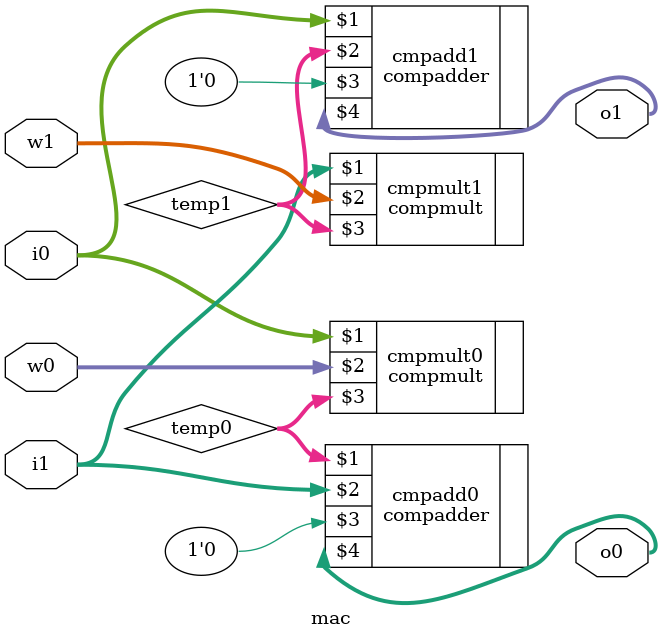
<source format=v>
module mac(i0,i1,w0,w1,o0,o1);
input [63:0] i0,i1;
input [63:0] w0,w1;
output [63:0] o0,o1;

wire [63:0] temp0;
compmult cmpmult0(i0,w0,temp0);
compadder cmpadd0(temp0,i1,1'b0,o0);

wire [63:0] temp1;
compmult cmpmult1(i1,w1,temp1);
compadder cmpadd1(i0,temp1,1'b0,o1);

endmodule
</source>
